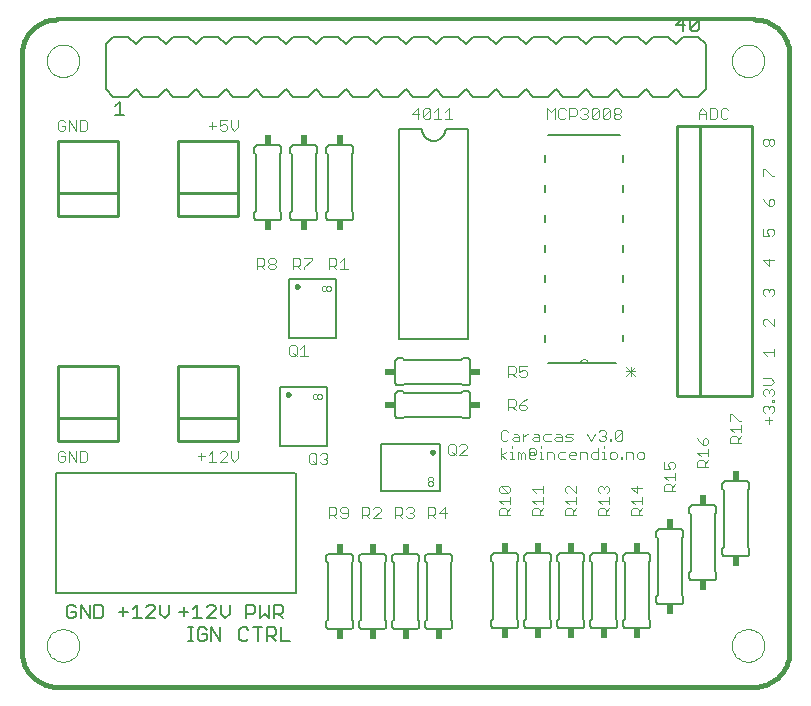
<source format=gto>
G75*
%MOIN*%
%OFA0B0*%
%FSLAX24Y24*%
%IPPOS*%
%LPD*%
%AMOC8*
5,1,8,0,0,1.08239X$1,22.5*
%
%ADD10C,0.0160*%
%ADD11C,0.0120*%
%ADD12C,0.0000*%
%ADD13C,0.0050*%
%ADD14C,0.0040*%
%ADD15C,0.0060*%
%ADD16C,0.0030*%
%ADD17R,0.0240X0.0340*%
%ADD18C,0.0100*%
%ADD19R,0.0340X0.0240*%
D10*
X001461Y000280D02*
X024689Y000280D01*
X024755Y000282D01*
X024821Y000287D01*
X024887Y000297D01*
X024952Y000310D01*
X025016Y000326D01*
X025079Y000346D01*
X025141Y000370D01*
X025201Y000397D01*
X025260Y000427D01*
X025317Y000461D01*
X025372Y000498D01*
X025425Y000538D01*
X025476Y000580D01*
X025524Y000626D01*
X025570Y000674D01*
X025612Y000725D01*
X025652Y000778D01*
X025689Y000833D01*
X025723Y000890D01*
X025753Y000949D01*
X025780Y001009D01*
X025804Y001071D01*
X025824Y001134D01*
X025840Y001198D01*
X025853Y001263D01*
X025863Y001329D01*
X025868Y001395D01*
X025870Y001461D01*
X025871Y001461D02*
X025871Y021343D01*
X025870Y021343D02*
X025868Y021409D01*
X025863Y021475D01*
X025853Y021541D01*
X025840Y021606D01*
X025824Y021670D01*
X025804Y021733D01*
X025780Y021795D01*
X025753Y021855D01*
X025723Y021914D01*
X025689Y021971D01*
X025652Y022026D01*
X025612Y022079D01*
X025570Y022130D01*
X025524Y022178D01*
X025476Y022224D01*
X025425Y022266D01*
X025372Y022306D01*
X025317Y022343D01*
X025260Y022377D01*
X025201Y022407D01*
X025141Y022434D01*
X025079Y022458D01*
X025016Y022478D01*
X024952Y022494D01*
X024887Y022507D01*
X024821Y022517D01*
X024755Y022522D01*
X024689Y022524D01*
X001461Y022524D02*
X001395Y022522D01*
X001329Y022517D01*
X001263Y022507D01*
X001198Y022494D01*
X001134Y022478D01*
X001071Y022458D01*
X001009Y022434D01*
X000949Y022407D01*
X000890Y022377D01*
X000833Y022343D01*
X000778Y022306D01*
X000725Y022266D01*
X000674Y022224D01*
X000626Y022178D01*
X000580Y022130D01*
X000538Y022079D01*
X000498Y022026D01*
X000461Y021971D01*
X000427Y021914D01*
X000397Y021855D01*
X000370Y021795D01*
X000346Y021733D01*
X000326Y021670D01*
X000310Y021606D01*
X000297Y021541D01*
X000287Y021475D01*
X000282Y021409D01*
X000280Y021343D01*
X000280Y001461D01*
X000282Y001395D01*
X000287Y001329D01*
X000297Y001263D01*
X000310Y001198D01*
X000326Y001134D01*
X000346Y001071D01*
X000370Y001009D01*
X000397Y000949D01*
X000427Y000890D01*
X000461Y000833D01*
X000498Y000778D01*
X000538Y000725D01*
X000580Y000674D01*
X000626Y000626D01*
X000674Y000580D01*
X000725Y000538D01*
X000778Y000498D01*
X000833Y000461D01*
X000890Y000427D01*
X000949Y000397D01*
X001009Y000370D01*
X001071Y000346D01*
X001134Y000326D01*
X001198Y000310D01*
X001263Y000297D01*
X001329Y000287D01*
X001395Y000282D01*
X001461Y000280D01*
D11*
X001461Y022524D02*
X024689Y022524D01*
D12*
X023952Y021146D02*
X023954Y021192D01*
X023960Y021237D01*
X023969Y021282D01*
X023983Y021326D01*
X024000Y021369D01*
X024021Y021410D01*
X024045Y021449D01*
X024072Y021486D01*
X024102Y021520D01*
X024136Y021552D01*
X024171Y021581D01*
X024209Y021607D01*
X024249Y021629D01*
X024291Y021648D01*
X024335Y021663D01*
X024379Y021675D01*
X024424Y021683D01*
X024470Y021687D01*
X024516Y021687D01*
X024562Y021683D01*
X024607Y021675D01*
X024651Y021663D01*
X024695Y021648D01*
X024737Y021629D01*
X024777Y021607D01*
X024815Y021581D01*
X024850Y021552D01*
X024884Y021520D01*
X024914Y021486D01*
X024941Y021449D01*
X024965Y021410D01*
X024986Y021369D01*
X025003Y021326D01*
X025017Y021282D01*
X025026Y021237D01*
X025032Y021192D01*
X025034Y021146D01*
X025032Y021100D01*
X025026Y021055D01*
X025017Y021010D01*
X025003Y020966D01*
X024986Y020923D01*
X024965Y020882D01*
X024941Y020843D01*
X024914Y020806D01*
X024884Y020772D01*
X024850Y020740D01*
X024815Y020711D01*
X024777Y020685D01*
X024737Y020663D01*
X024695Y020644D01*
X024651Y020629D01*
X024607Y020617D01*
X024562Y020609D01*
X024516Y020605D01*
X024470Y020605D01*
X024424Y020609D01*
X024379Y020617D01*
X024335Y020629D01*
X024291Y020644D01*
X024249Y020663D01*
X024209Y020685D01*
X024171Y020711D01*
X024136Y020740D01*
X024102Y020772D01*
X024072Y020806D01*
X024045Y020843D01*
X024021Y020882D01*
X024000Y020923D01*
X023983Y020966D01*
X023969Y021010D01*
X023960Y021055D01*
X023954Y021100D01*
X023952Y021146D01*
X019136Y011085D02*
X019134Y011106D01*
X019129Y011126D01*
X019120Y011145D01*
X019108Y011162D01*
X019093Y011177D01*
X019076Y011189D01*
X019057Y011198D01*
X019037Y011203D01*
X019016Y011205D01*
X018995Y011203D01*
X018975Y011198D01*
X018956Y011189D01*
X018939Y011177D01*
X018924Y011162D01*
X018912Y011145D01*
X018903Y011126D01*
X018898Y011106D01*
X018896Y011085D01*
X023952Y001658D02*
X023954Y001704D01*
X023960Y001749D01*
X023969Y001794D01*
X023983Y001838D01*
X024000Y001881D01*
X024021Y001922D01*
X024045Y001961D01*
X024072Y001998D01*
X024102Y002032D01*
X024136Y002064D01*
X024171Y002093D01*
X024209Y002119D01*
X024249Y002141D01*
X024291Y002160D01*
X024335Y002175D01*
X024379Y002187D01*
X024424Y002195D01*
X024470Y002199D01*
X024516Y002199D01*
X024562Y002195D01*
X024607Y002187D01*
X024651Y002175D01*
X024695Y002160D01*
X024737Y002141D01*
X024777Y002119D01*
X024815Y002093D01*
X024850Y002064D01*
X024884Y002032D01*
X024914Y001998D01*
X024941Y001961D01*
X024965Y001922D01*
X024986Y001881D01*
X025003Y001838D01*
X025017Y001794D01*
X025026Y001749D01*
X025032Y001704D01*
X025034Y001658D01*
X025032Y001612D01*
X025026Y001567D01*
X025017Y001522D01*
X025003Y001478D01*
X024986Y001435D01*
X024965Y001394D01*
X024941Y001355D01*
X024914Y001318D01*
X024884Y001284D01*
X024850Y001252D01*
X024815Y001223D01*
X024777Y001197D01*
X024737Y001175D01*
X024695Y001156D01*
X024651Y001141D01*
X024607Y001129D01*
X024562Y001121D01*
X024516Y001117D01*
X024470Y001117D01*
X024424Y001121D01*
X024379Y001129D01*
X024335Y001141D01*
X024291Y001156D01*
X024249Y001175D01*
X024209Y001197D01*
X024171Y001223D01*
X024136Y001252D01*
X024102Y001284D01*
X024072Y001318D01*
X024045Y001355D01*
X024021Y001394D01*
X024000Y001435D01*
X023983Y001478D01*
X023969Y001522D01*
X023960Y001567D01*
X023954Y001612D01*
X023952Y001658D01*
X001117Y001658D02*
X001119Y001704D01*
X001125Y001749D01*
X001134Y001794D01*
X001148Y001838D01*
X001165Y001881D01*
X001186Y001922D01*
X001210Y001961D01*
X001237Y001998D01*
X001267Y002032D01*
X001301Y002064D01*
X001336Y002093D01*
X001374Y002119D01*
X001414Y002141D01*
X001456Y002160D01*
X001500Y002175D01*
X001544Y002187D01*
X001589Y002195D01*
X001635Y002199D01*
X001681Y002199D01*
X001727Y002195D01*
X001772Y002187D01*
X001816Y002175D01*
X001860Y002160D01*
X001902Y002141D01*
X001942Y002119D01*
X001980Y002093D01*
X002015Y002064D01*
X002049Y002032D01*
X002079Y001998D01*
X002106Y001961D01*
X002130Y001922D01*
X002151Y001881D01*
X002168Y001838D01*
X002182Y001794D01*
X002191Y001749D01*
X002197Y001704D01*
X002199Y001658D01*
X002197Y001612D01*
X002191Y001567D01*
X002182Y001522D01*
X002168Y001478D01*
X002151Y001435D01*
X002130Y001394D01*
X002106Y001355D01*
X002079Y001318D01*
X002049Y001284D01*
X002015Y001252D01*
X001980Y001223D01*
X001942Y001197D01*
X001902Y001175D01*
X001860Y001156D01*
X001816Y001141D01*
X001772Y001129D01*
X001727Y001121D01*
X001681Y001117D01*
X001635Y001117D01*
X001589Y001121D01*
X001544Y001129D01*
X001500Y001141D01*
X001456Y001156D01*
X001414Y001175D01*
X001374Y001197D01*
X001336Y001223D01*
X001301Y001252D01*
X001267Y001284D01*
X001237Y001318D01*
X001210Y001355D01*
X001186Y001394D01*
X001165Y001435D01*
X001148Y001478D01*
X001134Y001522D01*
X001125Y001567D01*
X001119Y001612D01*
X001117Y001658D01*
X001117Y021146D02*
X001119Y021192D01*
X001125Y021237D01*
X001134Y021282D01*
X001148Y021326D01*
X001165Y021369D01*
X001186Y021410D01*
X001210Y021449D01*
X001237Y021486D01*
X001267Y021520D01*
X001301Y021552D01*
X001336Y021581D01*
X001374Y021607D01*
X001414Y021629D01*
X001456Y021648D01*
X001500Y021663D01*
X001544Y021675D01*
X001589Y021683D01*
X001635Y021687D01*
X001681Y021687D01*
X001727Y021683D01*
X001772Y021675D01*
X001816Y021663D01*
X001860Y021648D01*
X001902Y021629D01*
X001942Y021607D01*
X001980Y021581D01*
X002015Y021552D01*
X002049Y021520D01*
X002079Y021486D01*
X002106Y021449D01*
X002130Y021410D01*
X002151Y021369D01*
X002168Y021326D01*
X002182Y021282D01*
X002191Y021237D01*
X002197Y021192D01*
X002199Y021146D01*
X002197Y021100D01*
X002191Y021055D01*
X002182Y021010D01*
X002168Y020966D01*
X002151Y020923D01*
X002130Y020882D01*
X002106Y020843D01*
X002079Y020806D01*
X002049Y020772D01*
X002015Y020740D01*
X001980Y020711D01*
X001942Y020685D01*
X001902Y020663D01*
X001860Y020644D01*
X001816Y020629D01*
X001772Y020617D01*
X001727Y020609D01*
X001681Y020605D01*
X001635Y020605D01*
X001589Y020609D01*
X001544Y020617D01*
X001500Y020629D01*
X001456Y020644D01*
X001414Y020663D01*
X001374Y020685D01*
X001336Y020711D01*
X001301Y020740D01*
X001267Y020772D01*
X001237Y020806D01*
X001210Y020843D01*
X001186Y020882D01*
X001165Y020923D01*
X001148Y020966D01*
X001134Y021010D01*
X001125Y021055D01*
X001119Y021100D01*
X001117Y021146D01*
D13*
X003400Y019625D02*
X003550Y019775D01*
X003550Y019324D01*
X003400Y019324D02*
X003701Y019324D01*
X009180Y013880D02*
X010755Y013880D01*
X010755Y011911D01*
X009180Y011911D01*
X009180Y013880D01*
X008880Y010280D02*
X010455Y010280D01*
X010455Y008311D01*
X008880Y008311D01*
X008880Y010280D01*
X009398Y007406D02*
X001406Y007406D01*
X001406Y003406D01*
X001406Y003390D02*
X009398Y003390D01*
X009406Y003406D02*
X009406Y007406D01*
X012255Y006806D02*
X014223Y006806D01*
X014223Y008381D01*
X012255Y008381D01*
X012255Y006806D01*
X008910Y003011D02*
X008685Y003011D01*
X008685Y002561D01*
X008685Y002711D02*
X008910Y002711D01*
X008985Y002786D01*
X008985Y002936D01*
X008910Y003011D01*
X008835Y002711D02*
X008985Y002561D01*
X008915Y002261D02*
X008915Y001811D01*
X009215Y001811D01*
X008755Y001811D02*
X008605Y001961D01*
X008680Y001961D02*
X008455Y001961D01*
X008455Y001811D02*
X008455Y002261D01*
X008680Y002261D01*
X008755Y002186D01*
X008755Y002036D01*
X008680Y001961D01*
X008294Y002261D02*
X007994Y002261D01*
X008144Y002261D02*
X008144Y001811D01*
X007834Y001886D02*
X007759Y001811D01*
X007609Y001811D01*
X007534Y001886D01*
X007534Y002186D01*
X007609Y002261D01*
X007759Y002261D01*
X007834Y002186D01*
X007764Y002561D02*
X007764Y003011D01*
X007989Y003011D01*
X008064Y002936D01*
X008064Y002786D01*
X007989Y002711D01*
X007764Y002711D01*
X008224Y002561D02*
X008224Y003011D01*
X008525Y003011D02*
X008525Y002561D01*
X008375Y002711D01*
X008224Y002561D01*
X007207Y002711D02*
X007207Y003011D01*
X006907Y003011D02*
X006907Y002711D01*
X007057Y002561D01*
X007207Y002711D01*
X006747Y002561D02*
X006447Y002561D01*
X006747Y002861D01*
X006747Y002936D01*
X006672Y003011D01*
X006522Y003011D01*
X006447Y002936D01*
X006136Y003011D02*
X006136Y002561D01*
X005986Y002561D02*
X006287Y002561D01*
X006215Y002261D02*
X006140Y002186D01*
X006140Y001886D01*
X006215Y001811D01*
X006365Y001811D01*
X006440Y001886D01*
X006440Y002036D01*
X006290Y002036D01*
X006440Y002186D02*
X006365Y002261D01*
X006215Y002261D01*
X005983Y002261D02*
X005833Y002261D01*
X005908Y002261D02*
X005908Y001811D01*
X005833Y001811D02*
X005983Y001811D01*
X006600Y001811D02*
X006600Y002261D01*
X006900Y001811D01*
X006900Y002261D01*
X006136Y003011D02*
X005986Y002861D01*
X005826Y002786D02*
X005526Y002786D01*
X005676Y002936D02*
X005676Y002636D01*
X005200Y002711D02*
X005200Y003011D01*
X004899Y003011D02*
X004899Y002711D01*
X005049Y002561D01*
X005200Y002711D01*
X004739Y002561D02*
X004439Y002561D01*
X004739Y002861D01*
X004739Y002936D01*
X004664Y003011D01*
X004514Y003011D01*
X004439Y002936D01*
X004129Y003011D02*
X004129Y002561D01*
X004279Y002561D02*
X003978Y002561D01*
X003818Y002786D02*
X003518Y002786D01*
X003668Y002936D02*
X003668Y002636D01*
X003978Y002861D02*
X004129Y003011D01*
X003001Y002936D02*
X003001Y002636D01*
X002926Y002561D01*
X002701Y002561D01*
X002701Y003011D01*
X002926Y003011D01*
X003001Y002936D01*
X002540Y003011D02*
X002540Y002561D01*
X002240Y003011D01*
X002240Y002561D01*
X002080Y002636D02*
X002080Y002786D01*
X001930Y002786D01*
X002080Y002636D02*
X002005Y002561D01*
X001855Y002561D01*
X001780Y002636D01*
X001780Y002936D01*
X001855Y003011D01*
X002005Y003011D01*
X002080Y002936D01*
X022325Y022124D02*
X022325Y022575D01*
X022100Y022349D01*
X022401Y022349D01*
X022561Y022199D02*
X022636Y022124D01*
X022786Y022124D01*
X022861Y022199D01*
X022861Y022500D01*
X022561Y022199D01*
X022561Y022500D01*
X022636Y022575D01*
X022786Y022575D01*
X022861Y022500D01*
D14*
X022968Y019560D02*
X023088Y019440D01*
X023088Y019200D01*
X023216Y019200D02*
X023396Y019200D01*
X023456Y019260D01*
X023456Y019500D01*
X023396Y019560D01*
X023216Y019560D01*
X023216Y019200D01*
X023088Y019380D02*
X022848Y019380D01*
X022848Y019440D02*
X022848Y019200D01*
X022848Y019440D02*
X022968Y019560D01*
X023584Y019500D02*
X023584Y019260D01*
X023644Y019200D01*
X023764Y019200D01*
X023824Y019260D01*
X023824Y019500D02*
X023764Y019560D01*
X023644Y019560D01*
X023584Y019500D01*
X025000Y018496D02*
X025060Y018556D01*
X025120Y018556D01*
X025180Y018496D01*
X025180Y018376D01*
X025120Y018316D01*
X025060Y018316D01*
X025000Y018376D01*
X025000Y018496D01*
X025180Y018496D02*
X025240Y018556D01*
X025300Y018556D01*
X025360Y018496D01*
X025360Y018376D01*
X025300Y018316D01*
X025240Y018316D01*
X025180Y018376D01*
X025060Y017556D02*
X025300Y017316D01*
X025360Y017316D01*
X025000Y017316D02*
X025000Y017556D01*
X025060Y017556D01*
X025000Y016556D02*
X025060Y016436D01*
X025180Y016316D01*
X025180Y016496D01*
X025240Y016556D01*
X025300Y016556D01*
X025360Y016496D01*
X025360Y016376D01*
X025300Y016316D01*
X025180Y016316D01*
X025180Y015556D02*
X025300Y015556D01*
X025360Y015496D01*
X025360Y015376D01*
X025300Y015316D01*
X025180Y015316D02*
X025120Y015436D01*
X025120Y015496D01*
X025180Y015556D01*
X025000Y015556D02*
X025000Y015316D01*
X025180Y015316D01*
X025180Y014556D02*
X025180Y014316D01*
X025000Y014496D01*
X025360Y014496D01*
X025300Y013556D02*
X025360Y013496D01*
X025360Y013376D01*
X025300Y013316D01*
X025180Y013436D02*
X025180Y013496D01*
X025240Y013556D01*
X025300Y013556D01*
X025180Y013496D02*
X025120Y013556D01*
X025060Y013556D01*
X025000Y013496D01*
X025000Y013376D01*
X025060Y013316D01*
X025060Y012556D02*
X025000Y012496D01*
X025000Y012376D01*
X025060Y012316D01*
X025060Y012556D02*
X025120Y012556D01*
X025360Y012316D01*
X025360Y012556D01*
X025360Y011556D02*
X025360Y011316D01*
X025360Y011436D02*
X025000Y011436D01*
X025120Y011316D01*
X025240Y010572D02*
X025000Y010572D01*
X025240Y010572D02*
X025360Y010452D01*
X025240Y010332D01*
X025000Y010332D01*
X025060Y010204D02*
X025120Y010204D01*
X025180Y010144D01*
X025240Y010204D01*
X025300Y010204D01*
X025360Y010144D01*
X025360Y010023D01*
X025300Y009963D01*
X025300Y009839D02*
X025360Y009839D01*
X025360Y009779D01*
X025300Y009779D01*
X025300Y009839D01*
X025300Y009651D02*
X025360Y009591D01*
X025360Y009471D01*
X025300Y009411D01*
X025180Y009531D02*
X025180Y009591D01*
X025240Y009651D01*
X025300Y009651D01*
X025180Y009591D02*
X025120Y009651D01*
X025060Y009651D01*
X025000Y009591D01*
X025000Y009471D01*
X025060Y009411D01*
X025180Y009283D02*
X025180Y009043D01*
X025060Y009163D02*
X025300Y009163D01*
X025060Y009963D02*
X025000Y010023D01*
X025000Y010144D01*
X025060Y010204D01*
X025180Y010144D02*
X025180Y010083D01*
X024260Y009137D02*
X024200Y009137D01*
X023960Y009377D01*
X023900Y009377D01*
X023900Y009137D01*
X023900Y008888D02*
X024260Y008888D01*
X024260Y008768D02*
X024260Y009009D01*
X024020Y008768D02*
X023900Y008888D01*
X023960Y008640D02*
X024080Y008640D01*
X024140Y008580D01*
X024140Y008400D01*
X024260Y008400D02*
X023900Y008400D01*
X023900Y008580D01*
X023960Y008640D01*
X024140Y008520D02*
X024260Y008640D01*
X023160Y008517D02*
X023160Y008397D01*
X023100Y008337D01*
X022980Y008337D01*
X022980Y008517D01*
X023040Y008577D01*
X023100Y008577D01*
X023160Y008517D01*
X022980Y008337D02*
X022860Y008457D01*
X022800Y008577D01*
X022800Y008088D02*
X023160Y008088D01*
X023160Y007968D02*
X023160Y008209D01*
X022920Y007968D02*
X022800Y008088D01*
X022860Y007840D02*
X022980Y007840D01*
X023040Y007780D01*
X023040Y007600D01*
X023160Y007600D02*
X022800Y007600D01*
X022800Y007780D01*
X022860Y007840D01*
X023040Y007720D02*
X023160Y007840D01*
X022060Y007717D02*
X022060Y007597D01*
X022000Y007537D01*
X021880Y007537D02*
X021820Y007657D01*
X021820Y007717D01*
X021880Y007777D01*
X022000Y007777D01*
X022060Y007717D01*
X021880Y007537D02*
X021700Y007537D01*
X021700Y007777D01*
X022060Y007409D02*
X022060Y007168D01*
X022060Y007288D02*
X021700Y007288D01*
X021820Y007168D01*
X021880Y007040D02*
X021940Y006980D01*
X021940Y006800D01*
X022060Y006800D02*
X021700Y006800D01*
X021700Y006980D01*
X021760Y007040D01*
X021880Y007040D01*
X021940Y006920D02*
X022060Y007040D01*
X020960Y006917D02*
X020600Y006917D01*
X020780Y006737D01*
X020780Y006977D01*
X020960Y006609D02*
X020960Y006368D01*
X020960Y006488D02*
X020600Y006488D01*
X020720Y006368D01*
X020780Y006240D02*
X020840Y006180D01*
X020840Y006000D01*
X020960Y006000D02*
X020600Y006000D01*
X020600Y006180D01*
X020660Y006240D01*
X020780Y006240D01*
X020840Y006120D02*
X020960Y006240D01*
X019860Y006240D02*
X019740Y006120D01*
X019740Y006180D02*
X019740Y006000D01*
X019860Y006000D02*
X019500Y006000D01*
X019500Y006180D01*
X019560Y006240D01*
X019680Y006240D01*
X019740Y006180D01*
X019860Y006368D02*
X019860Y006609D01*
X019860Y006488D02*
X019500Y006488D01*
X019620Y006368D01*
X019560Y006737D02*
X019500Y006797D01*
X019500Y006917D01*
X019560Y006977D01*
X019620Y006977D01*
X019680Y006917D01*
X019740Y006977D01*
X019800Y006977D01*
X019860Y006917D01*
X019860Y006797D01*
X019800Y006737D01*
X019680Y006857D02*
X019680Y006917D01*
X018760Y006977D02*
X018760Y006737D01*
X018520Y006977D01*
X018460Y006977D01*
X018400Y006917D01*
X018400Y006797D01*
X018460Y006737D01*
X018400Y006488D02*
X018760Y006488D01*
X018760Y006368D02*
X018760Y006609D01*
X018520Y006368D02*
X018400Y006488D01*
X018460Y006240D02*
X018580Y006240D01*
X018640Y006180D01*
X018640Y006000D01*
X018760Y006000D02*
X018400Y006000D01*
X018400Y006180D01*
X018460Y006240D01*
X018640Y006120D02*
X018760Y006240D01*
X017660Y006240D02*
X017540Y006120D01*
X017540Y006180D02*
X017540Y006000D01*
X017660Y006000D02*
X017300Y006000D01*
X017300Y006180D01*
X017360Y006240D01*
X017480Y006240D01*
X017540Y006180D01*
X017660Y006368D02*
X017660Y006609D01*
X017660Y006488D02*
X017300Y006488D01*
X017420Y006368D01*
X017420Y006737D02*
X017300Y006857D01*
X017660Y006857D01*
X017660Y006737D02*
X017660Y006977D01*
X017664Y007875D02*
X017543Y007875D01*
X017603Y007875D02*
X017603Y008115D01*
X017543Y008115D01*
X017603Y008235D02*
X017603Y008295D01*
X017538Y008475D02*
X017358Y008475D01*
X017298Y008535D01*
X017358Y008595D01*
X017538Y008595D01*
X017538Y008655D02*
X017538Y008475D01*
X017666Y008535D02*
X017726Y008475D01*
X017906Y008475D01*
X018035Y008535D02*
X018095Y008595D01*
X018275Y008595D01*
X018275Y008655D02*
X018275Y008475D01*
X018095Y008475D01*
X018035Y008535D01*
X018095Y008715D02*
X018215Y008715D01*
X018275Y008655D01*
X018403Y008655D02*
X018463Y008715D01*
X018643Y008715D01*
X018583Y008595D02*
X018463Y008595D01*
X018403Y008655D01*
X018403Y008475D02*
X018583Y008475D01*
X018643Y008535D01*
X018583Y008595D01*
X018586Y008115D02*
X018706Y008115D01*
X018766Y008055D01*
X018766Y007995D01*
X018526Y007995D01*
X018526Y007935D02*
X018526Y008055D01*
X018586Y008115D01*
X018397Y008115D02*
X018217Y008115D01*
X018157Y008055D01*
X018157Y007935D01*
X018217Y007875D01*
X018397Y007875D01*
X018526Y007935D02*
X018586Y007875D01*
X018706Y007875D01*
X018894Y007875D02*
X018894Y008115D01*
X019074Y008115D01*
X019134Y008055D01*
X019134Y007875D01*
X019262Y007935D02*
X019262Y008055D01*
X019322Y008115D01*
X019502Y008115D01*
X019502Y008235D02*
X019502Y007875D01*
X019322Y007875D01*
X019262Y007935D01*
X019631Y007875D02*
X019751Y007875D01*
X019691Y007875D02*
X019691Y008115D01*
X019631Y008115D01*
X019691Y008235D02*
X019691Y008295D01*
X019688Y008475D02*
X019568Y008475D01*
X019508Y008535D01*
X019628Y008655D02*
X019688Y008655D01*
X019748Y008595D01*
X019748Y008535D01*
X019688Y008475D01*
X019688Y008655D02*
X019748Y008715D01*
X019748Y008775D01*
X019688Y008835D01*
X019568Y008835D01*
X019508Y008775D01*
X019380Y008715D02*
X019260Y008475D01*
X019139Y008715D01*
X019876Y008535D02*
X019936Y008535D01*
X019936Y008475D01*
X019876Y008475D01*
X019876Y008535D01*
X020060Y008535D02*
X020060Y008775D01*
X020120Y008835D01*
X020240Y008835D01*
X020300Y008775D01*
X020060Y008535D01*
X020120Y008475D01*
X020240Y008475D01*
X020300Y008535D01*
X020300Y008775D01*
X020429Y008115D02*
X020609Y008115D01*
X020669Y008055D01*
X020669Y007875D01*
X020797Y007935D02*
X020797Y008055D01*
X020857Y008115D01*
X020977Y008115D01*
X021037Y008055D01*
X021037Y007935D01*
X020977Y007875D01*
X020857Y007875D01*
X020797Y007935D01*
X020429Y007875D02*
X020429Y008115D01*
X020304Y007935D02*
X020304Y007875D01*
X020244Y007875D01*
X020244Y007935D01*
X020304Y007935D01*
X020116Y007935D02*
X020116Y008055D01*
X020056Y008115D01*
X019936Y008115D01*
X019876Y008055D01*
X019876Y007935D01*
X019936Y007875D01*
X020056Y007875D01*
X020116Y007935D01*
X018029Y007875D02*
X018029Y008055D01*
X017969Y008115D01*
X017789Y008115D01*
X017789Y007875D01*
X017415Y007935D02*
X017355Y007875D01*
X017235Y007875D01*
X017175Y007935D01*
X017175Y008175D01*
X017235Y008235D01*
X017355Y008235D01*
X017415Y008175D01*
X017415Y008055D01*
X017355Y007995D01*
X017355Y008115D01*
X017235Y008115D01*
X017235Y007995D01*
X017355Y007995D01*
X017047Y008055D02*
X017047Y007875D01*
X016927Y007875D02*
X016927Y008055D01*
X016987Y008115D01*
X017047Y008055D01*
X016927Y008055D02*
X016867Y008115D01*
X016807Y008115D01*
X016807Y007875D01*
X016681Y007875D02*
X016561Y007875D01*
X016621Y007875D02*
X016621Y008115D01*
X016561Y008115D01*
X016434Y008115D02*
X016254Y007995D01*
X016434Y007875D01*
X016254Y007875D02*
X016254Y008235D01*
X016314Y008475D02*
X016434Y008475D01*
X016495Y008535D01*
X016623Y008535D02*
X016683Y008595D01*
X016863Y008595D01*
X016863Y008655D02*
X016863Y008475D01*
X016683Y008475D01*
X016623Y008535D01*
X016683Y008715D02*
X016803Y008715D01*
X016863Y008655D01*
X016991Y008715D02*
X016991Y008475D01*
X016991Y008595D02*
X017111Y008715D01*
X017171Y008715D01*
X017358Y008715D02*
X017478Y008715D01*
X017538Y008655D01*
X017666Y008655D02*
X017726Y008715D01*
X017906Y008715D01*
X017666Y008655D02*
X017666Y008535D01*
X016621Y008295D02*
X016621Y008235D01*
X016314Y008475D02*
X016254Y008535D01*
X016254Y008775D01*
X016314Y008835D01*
X016434Y008835D01*
X016495Y008775D01*
X016500Y009500D02*
X016500Y009860D01*
X016680Y009860D01*
X016740Y009800D01*
X016740Y009680D01*
X016680Y009620D01*
X016500Y009620D01*
X016620Y009620D02*
X016740Y009500D01*
X016868Y009560D02*
X016868Y009680D01*
X017048Y009680D01*
X017109Y009620D01*
X017109Y009560D01*
X017048Y009500D01*
X016928Y009500D01*
X016868Y009560D01*
X016868Y009680D02*
X016988Y009800D01*
X017109Y009860D01*
X017048Y010600D02*
X016928Y010600D01*
X016868Y010660D01*
X016868Y010780D02*
X016988Y010840D01*
X017048Y010840D01*
X017109Y010780D01*
X017109Y010660D01*
X017048Y010600D01*
X016868Y010780D02*
X016868Y010960D01*
X017109Y010960D01*
X016740Y010900D02*
X016740Y010780D01*
X016680Y010720D01*
X016500Y010720D01*
X016500Y010600D02*
X016500Y010960D01*
X016680Y010960D01*
X016740Y010900D01*
X016620Y010720D02*
X016740Y010600D01*
X015048Y008360D02*
X014928Y008360D01*
X014868Y008300D01*
X014740Y008300D02*
X014740Y008060D01*
X014680Y008000D01*
X014560Y008000D01*
X014500Y008060D01*
X014500Y008300D01*
X014560Y008360D01*
X014680Y008360D01*
X014740Y008300D01*
X014620Y008120D02*
X014740Y008000D01*
X014868Y008000D02*
X015109Y008240D01*
X015109Y008300D01*
X015048Y008360D01*
X015109Y008000D02*
X014868Y008000D01*
X016200Y006917D02*
X016200Y006797D01*
X016260Y006737D01*
X016500Y006737D01*
X016260Y006977D01*
X016500Y006977D01*
X016560Y006917D01*
X016560Y006797D01*
X016500Y006737D01*
X016560Y006609D02*
X016560Y006368D01*
X016560Y006488D02*
X016200Y006488D01*
X016320Y006368D01*
X016380Y006240D02*
X016440Y006180D01*
X016440Y006000D01*
X016560Y006000D02*
X016200Y006000D01*
X016200Y006180D01*
X016260Y006240D01*
X016380Y006240D01*
X016440Y006120D02*
X016560Y006240D01*
X016200Y006917D02*
X016260Y006977D01*
X014440Y006080D02*
X014200Y006080D01*
X014380Y006260D01*
X014380Y005900D01*
X014072Y005900D02*
X013952Y006020D01*
X014012Y006020D02*
X013832Y006020D01*
X013832Y005900D02*
X013832Y006260D01*
X014012Y006260D01*
X014072Y006200D01*
X014072Y006080D01*
X014012Y006020D01*
X013340Y006020D02*
X013340Y005960D01*
X013280Y005900D01*
X013160Y005900D01*
X013100Y005960D01*
X012972Y005900D02*
X012852Y006020D01*
X012912Y006020D02*
X012732Y006020D01*
X012732Y005900D02*
X012732Y006260D01*
X012912Y006260D01*
X012972Y006200D01*
X012972Y006080D01*
X012912Y006020D01*
X013100Y006200D02*
X013160Y006260D01*
X013280Y006260D01*
X013340Y006200D01*
X013340Y006140D01*
X013280Y006080D01*
X013340Y006020D01*
X013280Y006080D02*
X013220Y006080D01*
X012240Y006140D02*
X012240Y006200D01*
X012180Y006260D01*
X012060Y006260D01*
X012000Y006200D01*
X011872Y006200D02*
X011872Y006080D01*
X011812Y006020D01*
X011632Y006020D01*
X011752Y006020D02*
X011872Y005900D01*
X012000Y005900D02*
X012240Y006140D01*
X012240Y005900D02*
X012000Y005900D01*
X011632Y005900D02*
X011632Y006260D01*
X011812Y006260D01*
X011872Y006200D01*
X011140Y006200D02*
X011140Y005960D01*
X011080Y005900D01*
X010960Y005900D01*
X010900Y005960D01*
X010960Y006080D02*
X011140Y006080D01*
X011140Y006200D02*
X011080Y006260D01*
X010960Y006260D01*
X010900Y006200D01*
X010900Y006140D01*
X010960Y006080D01*
X010772Y006080D02*
X010712Y006020D01*
X010532Y006020D01*
X010652Y006020D02*
X010772Y005900D01*
X010772Y006080D02*
X010772Y006200D01*
X010712Y006260D01*
X010532Y006260D01*
X010532Y005900D01*
X010412Y007700D02*
X010292Y007700D01*
X010232Y007760D01*
X010104Y007760D02*
X010104Y008000D01*
X010044Y008060D01*
X009923Y008060D01*
X009863Y008000D01*
X009863Y007760D01*
X009923Y007700D01*
X010044Y007700D01*
X010104Y007760D01*
X010104Y007700D02*
X009983Y007820D01*
X010232Y008000D02*
X010292Y008060D01*
X010412Y008060D01*
X010472Y008000D01*
X010472Y007940D01*
X010412Y007880D01*
X010472Y007820D01*
X010472Y007760D01*
X010412Y007700D01*
X010412Y007880D02*
X010352Y007880D01*
X007490Y007900D02*
X007490Y008141D01*
X007250Y008141D02*
X007250Y007900D01*
X007370Y007780D01*
X007490Y007900D01*
X007122Y007780D02*
X006881Y007780D01*
X007122Y008021D01*
X007122Y008081D01*
X007062Y008141D01*
X006942Y008141D01*
X006881Y008081D01*
X006633Y008141D02*
X006633Y007780D01*
X006513Y007780D02*
X006753Y007780D01*
X006513Y008021D02*
X006633Y008141D01*
X006385Y007960D02*
X006145Y007960D01*
X006265Y007840D02*
X006265Y008081D01*
X002458Y008081D02*
X002458Y007840D01*
X002398Y007780D01*
X002218Y007780D01*
X002218Y008141D01*
X002398Y008141D01*
X002458Y008081D01*
X002090Y008141D02*
X002090Y007780D01*
X001849Y008141D01*
X001849Y007780D01*
X001721Y007840D02*
X001721Y007960D01*
X001601Y007960D01*
X001481Y007840D02*
X001481Y008081D01*
X001541Y008141D01*
X001661Y008141D01*
X001721Y008081D01*
X001721Y007840D02*
X001661Y007780D01*
X001541Y007780D01*
X001481Y007840D01*
X008132Y014200D02*
X008132Y014560D01*
X008312Y014560D01*
X008372Y014500D01*
X008372Y014380D01*
X008312Y014320D01*
X008132Y014320D01*
X008252Y014320D02*
X008372Y014200D01*
X008500Y014260D02*
X008500Y014320D01*
X008560Y014380D01*
X008680Y014380D01*
X008740Y014320D01*
X008740Y014260D01*
X008680Y014200D01*
X008560Y014200D01*
X008500Y014260D01*
X008560Y014380D02*
X008500Y014440D01*
X008500Y014500D01*
X008560Y014560D01*
X008680Y014560D01*
X008740Y014500D01*
X008740Y014440D01*
X008680Y014380D01*
X009332Y014320D02*
X009512Y014320D01*
X009572Y014380D01*
X009572Y014500D01*
X009512Y014560D01*
X009332Y014560D01*
X009332Y014200D01*
X009452Y014320D02*
X009572Y014200D01*
X009700Y014200D02*
X009700Y014260D01*
X009940Y014500D01*
X009940Y014560D01*
X009700Y014560D01*
X010532Y014560D02*
X010532Y014200D01*
X010532Y014320D02*
X010712Y014320D01*
X010772Y014380D01*
X010772Y014500D01*
X010712Y014560D01*
X010532Y014560D01*
X010652Y014320D02*
X010772Y014200D01*
X010900Y014200D02*
X011140Y014200D01*
X011020Y014200D02*
X011020Y014560D01*
X010900Y014440D01*
X009688Y011660D02*
X009688Y011300D01*
X009568Y011300D02*
X009809Y011300D01*
X009568Y011540D02*
X009688Y011660D01*
X009440Y011600D02*
X009440Y011360D01*
X009380Y011300D01*
X009260Y011300D01*
X009200Y011360D01*
X009200Y011600D01*
X009260Y011660D01*
X009380Y011660D01*
X009440Y011600D01*
X009320Y011420D02*
X009440Y011300D01*
X007370Y018804D02*
X007250Y018924D01*
X007250Y019164D01*
X007122Y019164D02*
X006881Y019164D01*
X006881Y018984D01*
X007002Y019044D01*
X007062Y019044D01*
X007122Y018984D01*
X007122Y018864D01*
X007062Y018804D01*
X006942Y018804D01*
X006881Y018864D01*
X006753Y018984D02*
X006513Y018984D01*
X006633Y019104D02*
X006633Y018864D01*
X007370Y018804D02*
X007490Y018924D01*
X007490Y019164D01*
X002464Y019107D02*
X002464Y018867D01*
X002404Y018807D01*
X002224Y018807D01*
X002224Y019167D01*
X002404Y019167D01*
X002464Y019107D01*
X002096Y019167D02*
X002096Y018807D01*
X001856Y019167D01*
X001856Y018807D01*
X001728Y018867D02*
X001728Y018987D01*
X001608Y018987D01*
X001728Y018867D02*
X001668Y018807D01*
X001547Y018807D01*
X001487Y018867D01*
X001487Y019107D01*
X001547Y019167D01*
X001668Y019167D01*
X001728Y019107D01*
X013293Y019380D02*
X013534Y019380D01*
X013662Y019260D02*
X013722Y019200D01*
X013842Y019200D01*
X013902Y019260D01*
X013902Y019500D01*
X013662Y019260D01*
X013662Y019500D01*
X013722Y019560D01*
X013842Y019560D01*
X013902Y019500D01*
X014030Y019440D02*
X014150Y019560D01*
X014150Y019200D01*
X014030Y019200D02*
X014270Y019200D01*
X014398Y019200D02*
X014639Y019200D01*
X014518Y019200D02*
X014518Y019560D01*
X014398Y019440D01*
X013474Y019560D02*
X013474Y019200D01*
X013293Y019380D02*
X013474Y019560D01*
X017800Y019560D02*
X017800Y019200D01*
X018040Y019200D02*
X018040Y019560D01*
X017920Y019440D01*
X017800Y019560D01*
X018168Y019500D02*
X018168Y019260D01*
X018228Y019200D01*
X018348Y019200D01*
X018409Y019260D01*
X018537Y019200D02*
X018537Y019560D01*
X018717Y019560D01*
X018777Y019500D01*
X018777Y019380D01*
X018717Y019320D01*
X018537Y019320D01*
X018409Y019500D02*
X018348Y019560D01*
X018228Y019560D01*
X018168Y019500D01*
X018905Y019500D02*
X018965Y019560D01*
X019085Y019560D01*
X019145Y019500D01*
X019145Y019440D01*
X019085Y019380D01*
X019145Y019320D01*
X019145Y019260D01*
X019085Y019200D01*
X018965Y019200D01*
X018905Y019260D01*
X019025Y019380D02*
X019085Y019380D01*
X019273Y019260D02*
X019333Y019200D01*
X019453Y019200D01*
X019513Y019260D01*
X019513Y019500D01*
X019273Y019260D01*
X019273Y019500D01*
X019333Y019560D01*
X019453Y019560D01*
X019513Y019500D01*
X019642Y019500D02*
X019702Y019560D01*
X019822Y019560D01*
X019882Y019500D01*
X019642Y019260D01*
X019702Y019200D01*
X019822Y019200D01*
X019882Y019260D01*
X019882Y019500D01*
X020010Y019500D02*
X020010Y019440D01*
X020070Y019380D01*
X020190Y019380D01*
X020250Y019320D01*
X020250Y019260D01*
X020190Y019200D01*
X020070Y019200D01*
X020010Y019260D01*
X020010Y019320D01*
X020070Y019380D01*
X020190Y019380D02*
X020250Y019440D01*
X020250Y019500D01*
X020190Y019560D01*
X020070Y019560D01*
X020010Y019500D01*
X019642Y019500D02*
X019642Y019260D01*
D15*
X019825Y019949D02*
X019325Y019949D01*
X019075Y020199D01*
X018825Y019949D01*
X018325Y019949D01*
X018075Y020199D01*
X017825Y019949D01*
X017325Y019949D01*
X017075Y020199D01*
X016825Y019949D01*
X016325Y019949D01*
X016075Y020199D01*
X015825Y019949D01*
X015325Y019949D01*
X015075Y020199D01*
X014825Y019949D01*
X014325Y019949D01*
X014075Y020199D01*
X013825Y019949D01*
X013325Y019949D01*
X013075Y020199D01*
X012825Y019949D01*
X012325Y019949D01*
X012075Y020199D01*
X011825Y019949D01*
X011325Y019949D01*
X011075Y020199D01*
X010825Y019949D01*
X010325Y019949D01*
X010075Y020199D01*
X009825Y019949D01*
X009325Y019949D01*
X009075Y020199D01*
X008825Y019949D01*
X008325Y019949D01*
X008075Y020199D01*
X007825Y019949D01*
X007325Y019949D01*
X007075Y020199D01*
X006825Y019949D01*
X006325Y019949D01*
X006075Y020199D01*
X005825Y019949D01*
X005325Y019949D01*
X005075Y020199D01*
X004825Y019949D01*
X004325Y019949D01*
X004075Y020199D01*
X003825Y019949D01*
X003325Y019949D01*
X003075Y020199D01*
X003075Y021699D01*
X003325Y021949D01*
X003825Y021949D01*
X004075Y021699D01*
X004325Y021949D01*
X004825Y021949D01*
X005075Y021699D01*
X005325Y021949D01*
X005825Y021949D01*
X006075Y021699D01*
X006325Y021949D01*
X006825Y021949D01*
X007075Y021699D01*
X007325Y021949D01*
X007825Y021949D01*
X008075Y021699D01*
X008325Y021949D01*
X008825Y021949D01*
X009075Y021699D01*
X009325Y021949D01*
X009825Y021949D01*
X010075Y021699D01*
X010325Y021949D01*
X010825Y021949D01*
X011075Y021699D01*
X011325Y021949D01*
X011825Y021949D01*
X012075Y021699D01*
X012325Y021949D01*
X012825Y021949D01*
X013075Y021699D01*
X013325Y021949D01*
X013825Y021949D01*
X014075Y021699D01*
X014325Y021949D01*
X014825Y021949D01*
X015075Y021699D01*
X015325Y021949D01*
X015825Y021949D01*
X016075Y021699D01*
X016325Y021949D01*
X016825Y021949D01*
X017075Y021699D01*
X017325Y021949D01*
X017825Y021949D01*
X018075Y021699D01*
X018325Y021949D01*
X018825Y021949D01*
X019075Y021699D01*
X019325Y021949D01*
X019825Y021949D01*
X020075Y021699D01*
X020325Y021949D01*
X020825Y021949D01*
X021075Y021699D01*
X021325Y021949D01*
X021825Y021949D01*
X022075Y021699D01*
X022325Y021949D01*
X022825Y021949D01*
X023075Y021699D01*
X023075Y020199D01*
X022825Y019949D01*
X022325Y019949D01*
X022075Y020199D01*
X021825Y019949D01*
X021325Y019949D01*
X021075Y020199D01*
X020825Y019949D01*
X020325Y019949D01*
X020075Y020199D01*
X019825Y019949D01*
X020216Y018685D02*
X017816Y018685D01*
X017716Y018005D02*
X017716Y017765D01*
X017716Y017005D02*
X017716Y016765D01*
X017716Y016005D02*
X017716Y015765D01*
X017716Y015005D02*
X017716Y014765D01*
X017716Y014005D02*
X017716Y013765D01*
X017716Y013005D02*
X017716Y012765D01*
X017716Y012005D02*
X017716Y011765D01*
X017816Y011085D02*
X018896Y011085D01*
X019136Y011085D01*
X020086Y011085D01*
X020316Y011815D02*
X020316Y012005D01*
X020316Y012765D02*
X020316Y013005D01*
X020316Y013765D02*
X020316Y014005D01*
X020316Y014765D02*
X020316Y015005D01*
X020316Y015765D02*
X020316Y016005D01*
X020316Y016765D02*
X020316Y017005D01*
X020316Y017765D02*
X020316Y018005D01*
X015160Y018880D02*
X014410Y018880D01*
X014408Y018841D01*
X014402Y018802D01*
X014393Y018764D01*
X014380Y018727D01*
X014363Y018691D01*
X014343Y018658D01*
X014319Y018626D01*
X014293Y018597D01*
X014264Y018571D01*
X014232Y018547D01*
X014199Y018527D01*
X014163Y018510D01*
X014126Y018497D01*
X014088Y018488D01*
X014049Y018482D01*
X014010Y018480D01*
X013971Y018482D01*
X013932Y018488D01*
X013894Y018497D01*
X013857Y018510D01*
X013821Y018527D01*
X013788Y018547D01*
X013756Y018571D01*
X013727Y018597D01*
X013701Y018626D01*
X013677Y018658D01*
X013657Y018691D01*
X013640Y018727D01*
X013627Y018764D01*
X013618Y018802D01*
X013612Y018841D01*
X013610Y018880D01*
X012860Y018880D01*
X012860Y011880D01*
X015160Y011880D01*
X015160Y018880D01*
X011330Y018230D02*
X011330Y018080D01*
X011280Y018030D01*
X011280Y016130D01*
X011330Y016080D01*
X011330Y015930D01*
X011328Y015913D01*
X011324Y015896D01*
X011317Y015880D01*
X011307Y015866D01*
X011294Y015853D01*
X011280Y015843D01*
X011264Y015836D01*
X011247Y015832D01*
X011230Y015830D01*
X010530Y015830D01*
X010513Y015832D01*
X010496Y015836D01*
X010480Y015843D01*
X010466Y015853D01*
X010453Y015866D01*
X010443Y015880D01*
X010436Y015896D01*
X010432Y015913D01*
X010430Y015930D01*
X010430Y016080D01*
X010480Y016130D01*
X010480Y018030D01*
X010430Y018080D01*
X010430Y018230D01*
X010432Y018247D01*
X010436Y018264D01*
X010443Y018280D01*
X010453Y018294D01*
X010466Y018307D01*
X010480Y018317D01*
X010496Y018324D01*
X010513Y018328D01*
X010530Y018330D01*
X011230Y018330D01*
X011247Y018328D01*
X011264Y018324D01*
X011280Y018317D01*
X011294Y018307D01*
X011307Y018294D01*
X011317Y018280D01*
X011324Y018264D01*
X011328Y018247D01*
X011330Y018230D01*
X010130Y018230D02*
X010130Y018080D01*
X010080Y018030D01*
X010080Y016130D01*
X010130Y016080D01*
X010130Y015930D01*
X010128Y015913D01*
X010124Y015896D01*
X010117Y015880D01*
X010107Y015866D01*
X010094Y015853D01*
X010080Y015843D01*
X010064Y015836D01*
X010047Y015832D01*
X010030Y015830D01*
X009330Y015830D01*
X009313Y015832D01*
X009296Y015836D01*
X009280Y015843D01*
X009266Y015853D01*
X009253Y015866D01*
X009243Y015880D01*
X009236Y015896D01*
X009232Y015913D01*
X009230Y015930D01*
X009230Y016080D01*
X009280Y016130D01*
X009280Y018030D01*
X009230Y018080D01*
X009230Y018230D01*
X009232Y018247D01*
X009236Y018264D01*
X009243Y018280D01*
X009253Y018294D01*
X009266Y018307D01*
X009280Y018317D01*
X009296Y018324D01*
X009313Y018328D01*
X009330Y018330D01*
X010030Y018330D01*
X010047Y018328D01*
X010064Y018324D01*
X010080Y018317D01*
X010094Y018307D01*
X010107Y018294D01*
X010117Y018280D01*
X010124Y018264D01*
X010128Y018247D01*
X010130Y018230D01*
X008930Y018230D02*
X008930Y018080D01*
X008880Y018030D01*
X008880Y016130D01*
X008930Y016080D01*
X008930Y015930D01*
X008928Y015913D01*
X008924Y015896D01*
X008917Y015880D01*
X008907Y015866D01*
X008894Y015853D01*
X008880Y015843D01*
X008864Y015836D01*
X008847Y015832D01*
X008830Y015830D01*
X008130Y015830D01*
X008113Y015832D01*
X008096Y015836D01*
X008080Y015843D01*
X008066Y015853D01*
X008053Y015866D01*
X008043Y015880D01*
X008036Y015896D01*
X008032Y015913D01*
X008030Y015930D01*
X008030Y016080D01*
X008080Y016130D01*
X008080Y018030D01*
X008030Y018080D01*
X008030Y018230D01*
X008032Y018247D01*
X008036Y018264D01*
X008043Y018280D01*
X008053Y018294D01*
X008066Y018307D01*
X008080Y018317D01*
X008096Y018324D01*
X008113Y018328D01*
X008130Y018330D01*
X008830Y018330D01*
X008847Y018328D01*
X008864Y018324D01*
X008880Y018317D01*
X008894Y018307D01*
X008907Y018294D01*
X008917Y018280D01*
X008924Y018264D01*
X008928Y018247D01*
X008930Y018230D01*
X012830Y011230D02*
X012980Y011230D01*
X013030Y011180D01*
X014930Y011180D01*
X014980Y011230D01*
X015130Y011230D01*
X015147Y011228D01*
X015164Y011224D01*
X015180Y011217D01*
X015194Y011207D01*
X015207Y011194D01*
X015217Y011180D01*
X015224Y011164D01*
X015228Y011147D01*
X015230Y011130D01*
X015230Y010430D01*
X015228Y010413D01*
X015224Y010396D01*
X015217Y010380D01*
X015207Y010366D01*
X015194Y010353D01*
X015180Y010343D01*
X015164Y010336D01*
X015147Y010332D01*
X015130Y010330D01*
X014980Y010330D01*
X014930Y010380D01*
X013030Y010380D01*
X012980Y010330D01*
X012830Y010330D01*
X012813Y010332D01*
X012796Y010336D01*
X012780Y010343D01*
X012766Y010353D01*
X012753Y010366D01*
X012743Y010380D01*
X012736Y010396D01*
X012732Y010413D01*
X012730Y010430D01*
X012730Y011130D01*
X012732Y011147D01*
X012736Y011164D01*
X012743Y011180D01*
X012753Y011194D01*
X012766Y011207D01*
X012780Y011217D01*
X012796Y011224D01*
X012813Y011228D01*
X012830Y011230D01*
X012830Y010130D02*
X012980Y010130D01*
X013030Y010080D01*
X014930Y010080D01*
X014980Y010130D01*
X015130Y010130D01*
X015147Y010128D01*
X015164Y010124D01*
X015180Y010117D01*
X015194Y010107D01*
X015207Y010094D01*
X015217Y010080D01*
X015224Y010064D01*
X015228Y010047D01*
X015230Y010030D01*
X015230Y009330D01*
X015228Y009313D01*
X015224Y009296D01*
X015217Y009280D01*
X015207Y009266D01*
X015194Y009253D01*
X015180Y009243D01*
X015164Y009236D01*
X015147Y009232D01*
X015130Y009230D01*
X014980Y009230D01*
X014930Y009280D01*
X013030Y009280D01*
X012980Y009230D01*
X012830Y009230D01*
X012813Y009232D01*
X012796Y009236D01*
X012780Y009243D01*
X012766Y009253D01*
X012753Y009266D01*
X012743Y009280D01*
X012736Y009296D01*
X012732Y009313D01*
X012730Y009330D01*
X012730Y010030D01*
X012732Y010047D01*
X012736Y010064D01*
X012743Y010080D01*
X012753Y010094D01*
X012766Y010107D01*
X012780Y010117D01*
X012796Y010124D01*
X012813Y010128D01*
X012830Y010130D01*
X012730Y004710D02*
X013430Y004710D01*
X013447Y004708D01*
X013464Y004704D01*
X013480Y004697D01*
X013494Y004687D01*
X013507Y004674D01*
X013517Y004660D01*
X013524Y004644D01*
X013528Y004627D01*
X013530Y004610D01*
X013530Y004460D01*
X013480Y004410D01*
X013480Y002510D01*
X013530Y002460D01*
X013530Y002310D01*
X013528Y002293D01*
X013524Y002276D01*
X013517Y002260D01*
X013507Y002246D01*
X013494Y002233D01*
X013480Y002223D01*
X013464Y002216D01*
X013447Y002212D01*
X013430Y002210D01*
X012730Y002210D01*
X012713Y002212D01*
X012696Y002216D01*
X012680Y002223D01*
X012666Y002233D01*
X012653Y002246D01*
X012643Y002260D01*
X012636Y002276D01*
X012632Y002293D01*
X012630Y002310D01*
X012630Y002460D01*
X012680Y002510D01*
X012680Y004410D01*
X012630Y004460D01*
X012630Y004610D01*
X012632Y004627D01*
X012636Y004644D01*
X012643Y004660D01*
X012653Y004674D01*
X012666Y004687D01*
X012680Y004697D01*
X012696Y004704D01*
X012713Y004708D01*
X012730Y004710D01*
X012430Y004610D02*
X012430Y004460D01*
X012380Y004410D01*
X012380Y002510D01*
X012430Y002460D01*
X012430Y002310D01*
X012428Y002293D01*
X012424Y002276D01*
X012417Y002260D01*
X012407Y002246D01*
X012394Y002233D01*
X012380Y002223D01*
X012364Y002216D01*
X012347Y002212D01*
X012330Y002210D01*
X011630Y002210D01*
X011613Y002212D01*
X011596Y002216D01*
X011580Y002223D01*
X011566Y002233D01*
X011553Y002246D01*
X011543Y002260D01*
X011536Y002276D01*
X011532Y002293D01*
X011530Y002310D01*
X011530Y002460D01*
X011580Y002510D01*
X011580Y004410D01*
X011530Y004460D01*
X011530Y004610D01*
X011532Y004627D01*
X011536Y004644D01*
X011543Y004660D01*
X011553Y004674D01*
X011566Y004687D01*
X011580Y004697D01*
X011596Y004704D01*
X011613Y004708D01*
X011630Y004710D01*
X012330Y004710D01*
X012347Y004708D01*
X012364Y004704D01*
X012380Y004697D01*
X012394Y004687D01*
X012407Y004674D01*
X012417Y004660D01*
X012424Y004644D01*
X012428Y004627D01*
X012430Y004610D01*
X011330Y004610D02*
X011330Y004460D01*
X011280Y004410D01*
X011280Y002510D01*
X011330Y002460D01*
X011330Y002310D01*
X011328Y002293D01*
X011324Y002276D01*
X011317Y002260D01*
X011307Y002246D01*
X011294Y002233D01*
X011280Y002223D01*
X011264Y002216D01*
X011247Y002212D01*
X011230Y002210D01*
X010530Y002210D01*
X010513Y002212D01*
X010496Y002216D01*
X010480Y002223D01*
X010466Y002233D01*
X010453Y002246D01*
X010443Y002260D01*
X010436Y002276D01*
X010432Y002293D01*
X010430Y002310D01*
X010430Y002460D01*
X010480Y002510D01*
X010480Y004410D01*
X010430Y004460D01*
X010430Y004610D01*
X010432Y004627D01*
X010436Y004644D01*
X010443Y004660D01*
X010453Y004674D01*
X010466Y004687D01*
X010480Y004697D01*
X010496Y004704D01*
X010513Y004708D01*
X010530Y004710D01*
X011230Y004710D01*
X011247Y004708D01*
X011264Y004704D01*
X011280Y004697D01*
X011294Y004687D01*
X011307Y004674D01*
X011317Y004660D01*
X011324Y004644D01*
X011328Y004627D01*
X011330Y004610D01*
X013730Y004610D02*
X013730Y004460D01*
X013780Y004410D01*
X013780Y002510D01*
X013730Y002460D01*
X013730Y002310D01*
X013732Y002293D01*
X013736Y002276D01*
X013743Y002260D01*
X013753Y002246D01*
X013766Y002233D01*
X013780Y002223D01*
X013796Y002216D01*
X013813Y002212D01*
X013830Y002210D01*
X014530Y002210D01*
X014547Y002212D01*
X014564Y002216D01*
X014580Y002223D01*
X014594Y002233D01*
X014607Y002246D01*
X014617Y002260D01*
X014624Y002276D01*
X014628Y002293D01*
X014630Y002310D01*
X014630Y002460D01*
X014580Y002510D01*
X014580Y004410D01*
X014630Y004460D01*
X014630Y004610D01*
X014628Y004627D01*
X014624Y004644D01*
X014617Y004660D01*
X014607Y004674D01*
X014594Y004687D01*
X014580Y004697D01*
X014564Y004704D01*
X014547Y004708D01*
X014530Y004710D01*
X013830Y004710D01*
X013813Y004708D01*
X013796Y004704D01*
X013780Y004697D01*
X013766Y004687D01*
X013753Y004674D01*
X013743Y004660D01*
X013736Y004644D01*
X013732Y004627D01*
X013730Y004610D01*
X015930Y004630D02*
X015930Y004480D01*
X015980Y004430D01*
X015980Y002530D01*
X015930Y002480D01*
X015930Y002330D01*
X015932Y002313D01*
X015936Y002296D01*
X015943Y002280D01*
X015953Y002266D01*
X015966Y002253D01*
X015980Y002243D01*
X015996Y002236D01*
X016013Y002232D01*
X016030Y002230D01*
X016730Y002230D01*
X016747Y002232D01*
X016764Y002236D01*
X016780Y002243D01*
X016794Y002253D01*
X016807Y002266D01*
X016817Y002280D01*
X016824Y002296D01*
X016828Y002313D01*
X016830Y002330D01*
X016830Y002480D01*
X016780Y002530D01*
X016780Y004430D01*
X016830Y004480D01*
X016830Y004630D01*
X016828Y004647D01*
X016824Y004664D01*
X016817Y004680D01*
X016807Y004694D01*
X016794Y004707D01*
X016780Y004717D01*
X016764Y004724D01*
X016747Y004728D01*
X016730Y004730D01*
X016030Y004730D01*
X016013Y004728D01*
X015996Y004724D01*
X015980Y004717D01*
X015966Y004707D01*
X015953Y004694D01*
X015943Y004680D01*
X015936Y004664D01*
X015932Y004647D01*
X015930Y004630D01*
X017030Y004630D02*
X017030Y004480D01*
X017080Y004430D01*
X017080Y002530D01*
X017030Y002480D01*
X017030Y002330D01*
X017032Y002313D01*
X017036Y002296D01*
X017043Y002280D01*
X017053Y002266D01*
X017066Y002253D01*
X017080Y002243D01*
X017096Y002236D01*
X017113Y002232D01*
X017130Y002230D01*
X017830Y002230D01*
X017847Y002232D01*
X017864Y002236D01*
X017880Y002243D01*
X017894Y002253D01*
X017907Y002266D01*
X017917Y002280D01*
X017924Y002296D01*
X017928Y002313D01*
X017930Y002330D01*
X017930Y002480D01*
X017880Y002530D01*
X017880Y004430D01*
X017930Y004480D01*
X017930Y004630D01*
X017928Y004647D01*
X017924Y004664D01*
X017917Y004680D01*
X017907Y004694D01*
X017894Y004707D01*
X017880Y004717D01*
X017864Y004724D01*
X017847Y004728D01*
X017830Y004730D01*
X017130Y004730D01*
X017113Y004728D01*
X017096Y004724D01*
X017080Y004717D01*
X017066Y004707D01*
X017053Y004694D01*
X017043Y004680D01*
X017036Y004664D01*
X017032Y004647D01*
X017030Y004630D01*
X018130Y004630D02*
X018130Y004480D01*
X018180Y004430D01*
X018180Y002530D01*
X018130Y002480D01*
X018130Y002330D01*
X018132Y002313D01*
X018136Y002296D01*
X018143Y002280D01*
X018153Y002266D01*
X018166Y002253D01*
X018180Y002243D01*
X018196Y002236D01*
X018213Y002232D01*
X018230Y002230D01*
X018930Y002230D01*
X018947Y002232D01*
X018964Y002236D01*
X018980Y002243D01*
X018994Y002253D01*
X019007Y002266D01*
X019017Y002280D01*
X019024Y002296D01*
X019028Y002313D01*
X019030Y002330D01*
X019030Y002480D01*
X018980Y002530D01*
X018980Y004430D01*
X019030Y004480D01*
X019030Y004630D01*
X019028Y004647D01*
X019024Y004664D01*
X019017Y004680D01*
X019007Y004694D01*
X018994Y004707D01*
X018980Y004717D01*
X018964Y004724D01*
X018947Y004728D01*
X018930Y004730D01*
X018230Y004730D01*
X018213Y004728D01*
X018196Y004724D01*
X018180Y004717D01*
X018166Y004707D01*
X018153Y004694D01*
X018143Y004680D01*
X018136Y004664D01*
X018132Y004647D01*
X018130Y004630D01*
X019230Y004630D02*
X019230Y004480D01*
X019280Y004430D01*
X019280Y002530D01*
X019230Y002480D01*
X019230Y002330D01*
X019232Y002313D01*
X019236Y002296D01*
X019243Y002280D01*
X019253Y002266D01*
X019266Y002253D01*
X019280Y002243D01*
X019296Y002236D01*
X019313Y002232D01*
X019330Y002230D01*
X020030Y002230D01*
X020047Y002232D01*
X020064Y002236D01*
X020080Y002243D01*
X020094Y002253D01*
X020107Y002266D01*
X020117Y002280D01*
X020124Y002296D01*
X020128Y002313D01*
X020130Y002330D01*
X020130Y002480D01*
X020080Y002530D01*
X020080Y004430D01*
X020130Y004480D01*
X020130Y004630D01*
X020128Y004647D01*
X020124Y004664D01*
X020117Y004680D01*
X020107Y004694D01*
X020094Y004707D01*
X020080Y004717D01*
X020064Y004724D01*
X020047Y004728D01*
X020030Y004730D01*
X019330Y004730D01*
X019313Y004728D01*
X019296Y004724D01*
X019280Y004717D01*
X019266Y004707D01*
X019253Y004694D01*
X019243Y004680D01*
X019236Y004664D01*
X019232Y004647D01*
X019230Y004630D01*
X020330Y004630D02*
X020330Y004480D01*
X020380Y004430D01*
X020380Y002530D01*
X020330Y002480D01*
X020330Y002330D01*
X020332Y002313D01*
X020336Y002296D01*
X020343Y002280D01*
X020353Y002266D01*
X020366Y002253D01*
X020380Y002243D01*
X020396Y002236D01*
X020413Y002232D01*
X020430Y002230D01*
X021130Y002230D01*
X021147Y002232D01*
X021164Y002236D01*
X021180Y002243D01*
X021194Y002253D01*
X021207Y002266D01*
X021217Y002280D01*
X021224Y002296D01*
X021228Y002313D01*
X021230Y002330D01*
X021230Y002480D01*
X021180Y002530D01*
X021180Y004430D01*
X021230Y004480D01*
X021230Y004630D01*
X021228Y004647D01*
X021224Y004664D01*
X021217Y004680D01*
X021207Y004694D01*
X021194Y004707D01*
X021180Y004717D01*
X021164Y004724D01*
X021147Y004728D01*
X021130Y004730D01*
X020430Y004730D01*
X020413Y004728D01*
X020396Y004724D01*
X020380Y004717D01*
X020366Y004707D01*
X020353Y004694D01*
X020343Y004680D01*
X020336Y004664D01*
X020332Y004647D01*
X020330Y004630D01*
X021430Y005280D02*
X021430Y005430D01*
X021432Y005447D01*
X021436Y005464D01*
X021443Y005480D01*
X021453Y005494D01*
X021466Y005507D01*
X021480Y005517D01*
X021496Y005524D01*
X021513Y005528D01*
X021530Y005530D01*
X022230Y005530D01*
X022247Y005528D01*
X022264Y005524D01*
X022280Y005517D01*
X022294Y005507D01*
X022307Y005494D01*
X022317Y005480D01*
X022324Y005464D01*
X022328Y005447D01*
X022330Y005430D01*
X022330Y005280D01*
X022280Y005230D01*
X022280Y003330D01*
X022330Y003280D01*
X022330Y003130D01*
X022328Y003113D01*
X022324Y003096D01*
X022317Y003080D01*
X022307Y003066D01*
X022294Y003053D01*
X022280Y003043D01*
X022264Y003036D01*
X022247Y003032D01*
X022230Y003030D01*
X021530Y003030D01*
X021513Y003032D01*
X021496Y003036D01*
X021480Y003043D01*
X021466Y003053D01*
X021453Y003066D01*
X021443Y003080D01*
X021436Y003096D01*
X021432Y003113D01*
X021430Y003130D01*
X021430Y003280D01*
X021480Y003330D01*
X021480Y005230D01*
X021430Y005280D01*
X022530Y006080D02*
X022530Y006230D01*
X022532Y006247D01*
X022536Y006264D01*
X022543Y006280D01*
X022553Y006294D01*
X022566Y006307D01*
X022580Y006317D01*
X022596Y006324D01*
X022613Y006328D01*
X022630Y006330D01*
X023330Y006330D01*
X023347Y006328D01*
X023364Y006324D01*
X023380Y006317D01*
X023394Y006307D01*
X023407Y006294D01*
X023417Y006280D01*
X023424Y006264D01*
X023428Y006247D01*
X023430Y006230D01*
X023430Y006080D01*
X023380Y006030D01*
X023380Y004130D01*
X023430Y004080D01*
X023430Y003930D01*
X023428Y003913D01*
X023424Y003896D01*
X023417Y003880D01*
X023407Y003866D01*
X023394Y003853D01*
X023380Y003843D01*
X023364Y003836D01*
X023347Y003832D01*
X023330Y003830D01*
X022630Y003830D01*
X022613Y003832D01*
X022596Y003836D01*
X022580Y003843D01*
X022566Y003853D01*
X022553Y003866D01*
X022543Y003880D01*
X022536Y003896D01*
X022532Y003913D01*
X022530Y003930D01*
X022530Y004080D01*
X022580Y004130D01*
X022580Y006030D01*
X022530Y006080D01*
X023630Y006880D02*
X023630Y007030D01*
X023632Y007047D01*
X023636Y007064D01*
X023643Y007080D01*
X023653Y007094D01*
X023666Y007107D01*
X023680Y007117D01*
X023696Y007124D01*
X023713Y007128D01*
X023730Y007130D01*
X024430Y007130D01*
X024447Y007128D01*
X024464Y007124D01*
X024480Y007117D01*
X024494Y007107D01*
X024507Y007094D01*
X024517Y007080D01*
X024524Y007064D01*
X024528Y007047D01*
X024530Y007030D01*
X024530Y006880D01*
X024480Y006830D01*
X024480Y004930D01*
X024530Y004880D01*
X024530Y004730D01*
X024528Y004713D01*
X024524Y004696D01*
X024517Y004680D01*
X024507Y004666D01*
X024494Y004653D01*
X024480Y004643D01*
X024464Y004636D01*
X024447Y004632D01*
X024430Y004630D01*
X023730Y004630D01*
X023713Y004632D01*
X023696Y004636D01*
X023680Y004643D01*
X023666Y004653D01*
X023653Y004666D01*
X023643Y004680D01*
X023636Y004696D01*
X023632Y004713D01*
X023630Y004730D01*
X023630Y004880D01*
X023680Y004930D01*
X023680Y006830D01*
X023630Y006880D01*
D16*
X020731Y010638D02*
X020418Y010951D01*
X020574Y010951D02*
X020574Y010638D01*
X020418Y010638D02*
X020731Y010951D01*
X020731Y010795D02*
X020418Y010795D01*
X013999Y007229D02*
X013999Y007181D01*
X013951Y007132D01*
X013854Y007132D01*
X013806Y007181D01*
X013806Y007229D01*
X013854Y007277D01*
X013951Y007277D01*
X013999Y007229D01*
X013951Y007132D02*
X013999Y007084D01*
X013999Y007036D01*
X013951Y006987D01*
X013854Y006987D01*
X013806Y007036D01*
X013806Y007084D01*
X013854Y007132D01*
X010274Y009911D02*
X010225Y009863D01*
X010177Y009863D01*
X010128Y009911D01*
X010128Y010008D01*
X010177Y010056D01*
X010225Y010056D01*
X010274Y010008D01*
X010274Y009911D01*
X010128Y009911D02*
X010080Y009863D01*
X010032Y009863D01*
X009983Y009911D01*
X009983Y010008D01*
X010032Y010056D01*
X010080Y010056D01*
X010128Y010008D01*
X010332Y013463D02*
X010380Y013463D01*
X010428Y013511D01*
X010428Y013608D01*
X010477Y013656D01*
X010525Y013656D01*
X010574Y013608D01*
X010574Y013511D01*
X010525Y013463D01*
X010477Y013463D01*
X010428Y013511D01*
X010428Y013608D02*
X010380Y013656D01*
X010332Y013656D01*
X010283Y013608D01*
X010283Y013511D01*
X010332Y013463D01*
D17*
X010880Y015660D03*
X009680Y015660D03*
X008480Y015660D03*
X008480Y018500D03*
X009680Y018500D03*
X010880Y018500D03*
X024080Y007300D03*
X022980Y006500D03*
X021880Y005700D03*
X020780Y004900D03*
X019680Y004900D03*
X018580Y004900D03*
X017480Y004900D03*
X016380Y004900D03*
X014180Y004880D03*
X013080Y004880D03*
X011980Y004880D03*
X010880Y004880D03*
X010880Y002040D03*
X011980Y002040D03*
X013080Y002040D03*
X014180Y002040D03*
X016380Y002060D03*
X017480Y002060D03*
X018580Y002060D03*
X019680Y002060D03*
X020780Y002060D03*
X021880Y002860D03*
X022980Y003660D03*
X024080Y004460D03*
D18*
X024630Y009980D02*
X022880Y009980D01*
X022880Y018980D01*
X024630Y018980D01*
X024630Y009980D01*
X022880Y009980D02*
X022130Y009980D01*
X022130Y018980D01*
X022880Y018980D01*
X013917Y008105D02*
X013919Y008118D01*
X013924Y008131D01*
X013933Y008142D01*
X013944Y008149D01*
X013957Y008154D01*
X013970Y008155D01*
X013984Y008152D01*
X013996Y008146D01*
X014006Y008137D01*
X014013Y008125D01*
X014017Y008112D01*
X014017Y008098D01*
X014013Y008085D01*
X014006Y008073D01*
X013996Y008064D01*
X013984Y008058D01*
X013970Y008055D01*
X013957Y008056D01*
X013944Y008061D01*
X013933Y008068D01*
X013924Y008079D01*
X013919Y008092D01*
X013917Y008105D01*
X009106Y010024D02*
X009108Y010037D01*
X009113Y010050D01*
X009122Y010061D01*
X009133Y010068D01*
X009146Y010073D01*
X009159Y010074D01*
X009173Y010071D01*
X009185Y010065D01*
X009195Y010056D01*
X009202Y010044D01*
X009206Y010031D01*
X009206Y010017D01*
X009202Y010004D01*
X009195Y009992D01*
X009185Y009983D01*
X009173Y009977D01*
X009159Y009974D01*
X009146Y009975D01*
X009133Y009980D01*
X009122Y009987D01*
X009113Y009998D01*
X009108Y010011D01*
X009106Y010024D01*
X007474Y009233D02*
X007474Y008483D01*
X005474Y008483D01*
X005474Y009233D01*
X007474Y009233D01*
X007474Y010983D01*
X005474Y010983D01*
X005474Y009233D01*
X003474Y009233D02*
X003474Y008483D01*
X001474Y008483D01*
X001474Y009233D01*
X003474Y009233D01*
X003474Y010983D01*
X001474Y010983D01*
X001474Y009233D01*
X001474Y015983D02*
X001474Y016733D01*
X003474Y016733D01*
X003474Y015983D01*
X001474Y015983D01*
X001474Y016733D02*
X001474Y018483D01*
X003474Y018483D01*
X003474Y016733D01*
X005474Y016733D02*
X005474Y018483D01*
X007474Y018483D01*
X007474Y016733D01*
X005474Y016733D01*
X005474Y015983D01*
X007474Y015983D01*
X007474Y016733D01*
X009406Y013624D02*
X009408Y013637D01*
X009413Y013650D01*
X009422Y013661D01*
X009433Y013668D01*
X009446Y013673D01*
X009459Y013674D01*
X009473Y013671D01*
X009485Y013665D01*
X009495Y013656D01*
X009502Y013644D01*
X009506Y013631D01*
X009506Y013617D01*
X009502Y013604D01*
X009495Y013592D01*
X009485Y013583D01*
X009473Y013577D01*
X009459Y013574D01*
X009446Y013575D01*
X009433Y013580D01*
X009422Y013587D01*
X009413Y013598D01*
X009408Y013611D01*
X009406Y013624D01*
D19*
X012560Y010780D03*
X012560Y009680D03*
X015400Y009680D03*
X015400Y010780D03*
M02*

</source>
